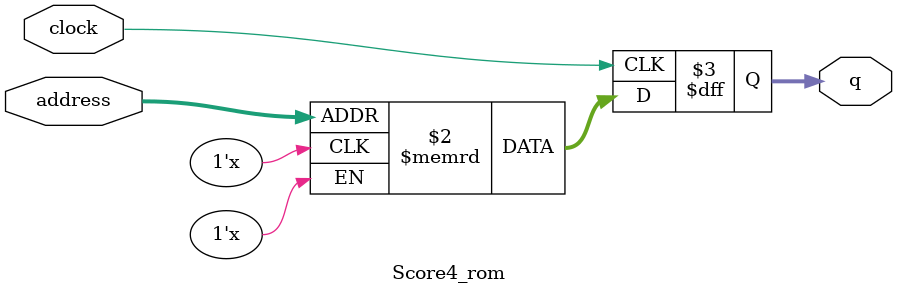
<source format=sv>
module Score4_rom (
	input logic clock,
	input logic [7:0] address,
	output logic [3:0] q
);

logic [3:0] memory [0:255] /* synthesis ram_init_file = "./Score4/Score4.mif" */;

always_ff @ (posedge clock) begin
	q <= memory[address];
end

endmodule

</source>
